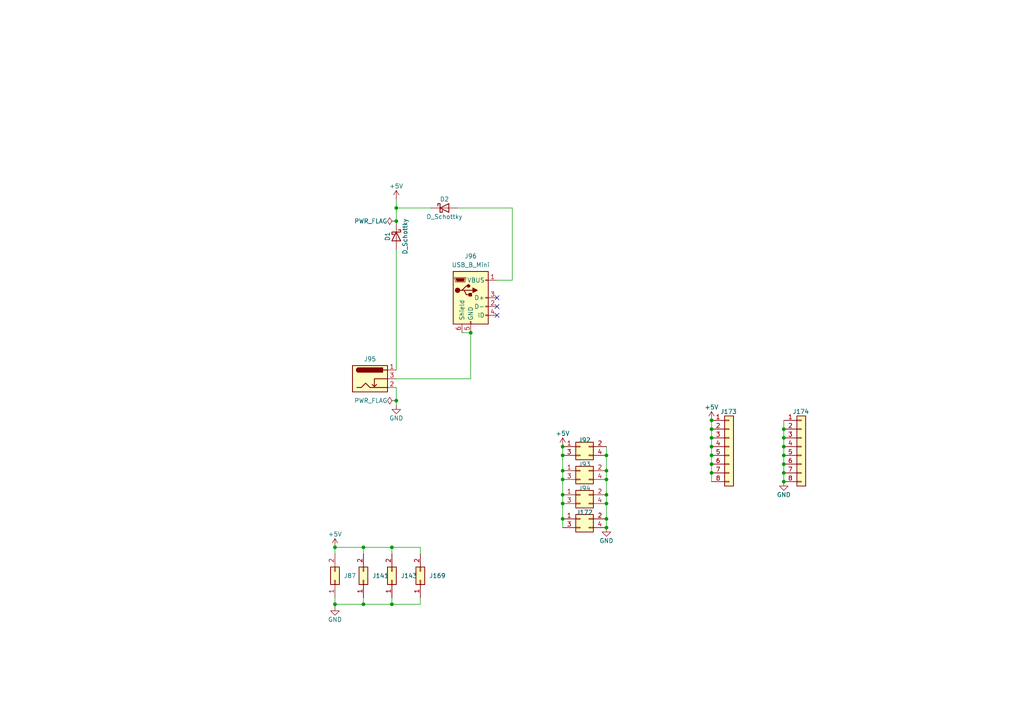
<source format=kicad_sch>
(kicad_sch (version 20231120) (generator "eeschema") (generator_version "8.0")
  (paper "A4")
  (lib_symbols
    (symbol "Connector:Barrel_Jack_Switch" (pin_names hide)
      (property "Reference" "J" (at 0 5.334 0))
      (property "Value" "Barrel_Jack_Switch" (at 0 -5.08 0))
      (symbol "Barrel_Jack_Switch_0_1"
        (rectangle (start -5.08 3.81) (end 5.08 -3.81) (stroke (width 0.254)) (fill (type background)))
        (arc (start -3.302 3.175) (mid -3.9343 2.54) (end -3.302 1.905) (stroke (width 0.254)))
        (arc (start -3.302 3.175) (mid -3.9343 2.54) (end -3.302 1.905) (stroke (width 0.254)) (fill (type outline)))
        (polyline (pts (xy 1.27 -2.286) (xy 1.905 -1.651)) (stroke (width 0.254)))
        (polyline (pts (xy 5.08 2.54) (xy 3.81 2.54)) (stroke (width 0.254)))
        (polyline (pts (xy 5.08 0) (xy 1.27 0) (xy 1.27 -2.286) (xy 0.635 -1.651)) (stroke (width 0.254)))
        (polyline (pts (xy -3.81 -2.54) (xy -2.54 -2.54) (xy -1.27 -1.27) (xy 0 -2.54) (xy 2.54 -2.54) (xy 5.08 -2.54)) (stroke (width 0.254)))
        (rectangle (start 3.683 3.175) (end -3.302 1.905) (stroke (width 0.254)) (fill (type outline)))
      )
      (symbol "Barrel_Jack_Switch_1_1"
        (pin passive line (at 7.62 2.54 180) (length 2.54) (name "~") (number "1"))
        (pin passive line (at 7.62 -2.54 180) (length 2.54) (name "~") (number "2"))
        (pin passive line (at 7.62 0 180) (length 2.54) (name "~") (number "3"))
      )
    )
    (symbol "Connector:USB_B_Mini" (pin_names (offset 1.016))
      (property "Reference" "J" (at -5.08 11.43 0))
      (property "Value" "USB_B_Mini" (at -5.08 8.89 0))
      (symbol "USB_B_Mini_0_1"
        (rectangle (start -5.08 -7.62) (end 5.08 7.62) (stroke (width 0.254)) (fill (type background)))
        (circle (center -3.81 2.159) (radius 0.635) (stroke (width 0.254)) (fill (type outline)))
        (circle (center -0.635 3.429) (radius 0.381) (stroke (width 0.254)) (fill (type outline)))
        (rectangle (start -0.127 -7.62) (end 0.127 -6.858))
        (polyline (pts (xy -1.905 2.159) (xy 0.635 2.159)) (stroke (width 0.254)))
        (polyline (pts (xy -3.175 2.159) (xy -2.54 2.159) (xy -1.27 3.429) (xy -0.635 3.429)) (stroke (width 0.254)))
        (polyline (pts (xy -2.54 2.159) (xy -1.905 2.159) (xy -1.27 0.889) (xy 0 0.889)) (stroke (width 0.254)))
        (polyline (pts (xy 0.635 2.794) (xy 0.635 1.524) (xy 1.905 2.159) (xy 0.635 2.794)) (stroke (width 0.254)) (fill (type outline)))
        (polyline (pts (xy -4.318 5.588) (xy -1.778 5.588) (xy -2.032 4.826) (xy -4.064 4.826) (xy -4.318 5.588)) (fill (type outline)))
        (polyline (pts (xy -4.699 5.842) (xy -4.699 5.588) (xy -4.445 4.826) (xy -4.445 4.572) (xy -1.651 4.572) (xy -1.651 4.826) (xy -1.397 5.588) (xy -1.397 5.842) (xy -4.699 5.842)))
        (rectangle (start 0.254 1.27) (end -0.508 0.508) (stroke (width 0.254)) (fill (type outline)))
        (rectangle (start 5.08 -5.207) (end 4.318 -4.953))
        (rectangle (start 5.08 -2.667) (end 4.318 -2.413))
        (rectangle (start 5.08 -0.127) (end 4.318 0.127))
        (rectangle (start 5.08 4.953) (end 4.318 5.207))
      )
      (symbol "USB_B_Mini_1_1"
        (pin power_out line (at 7.62 5.08 180) (length 2.54) (name "VBUS") (number "1"))
        (pin bidirectional line (at 7.62 -2.54 180) (length 2.54) (name "D-") (number "2"))
        (pin bidirectional line (at 7.62 0 180) (length 2.54) (name "D+") (number "3"))
        (pin passive line (at 7.62 -5.08 180) (length 2.54) (name "ID") (number "4"))
        (pin power_out line (at 0 -10.16 90) (length 2.54) (name "GND") (number "5"))
        (pin passive line (at -2.54 -10.16 90) (length 2.54) (name "Shield") (number "6"))
      )
    )
    (symbol "Connector_Generic:Conn_01x08" (pin_names (offset 1.016) hide)
      (property "Reference" "J" (at 0 10.16 0))
      (property "Value" "Conn_01x08" (at 0 -12.7 0))
      (symbol "Conn_01x08_1_1"
        (rectangle (start -1.27 -10.033) (end 0 -10.287) (stroke (width 0.1524)))
        (rectangle (start -1.27 -7.493) (end 0 -7.747) (stroke (width 0.1524)))
        (rectangle (start -1.27 -4.953) (end 0 -5.207) (stroke (width 0.1524)))
        (rectangle (start -1.27 -2.413) (end 0 -2.667) (stroke (width 0.1524)))
        (rectangle (start -1.27 0.127) (end 0 -0.127) (stroke (width 0.1524)))
        (rectangle (start -1.27 2.667) (end 0 2.413) (stroke (width 0.1524)))
        (rectangle (start -1.27 5.207) (end 0 4.953) (stroke (width 0.1524)))
        (rectangle (start -1.27 7.747) (end 0 7.493) (stroke (width 0.1524)))
        (rectangle (start -1.27 8.89) (end 1.27 -11.43) (stroke (width 0.254)) (fill (type background)))
        (pin passive line (at -5.08 7.62 0) (length 3.81) (name "Pin_1") (number "1"))
        (pin passive line (at -5.08 5.08 0) (length 3.81) (name "Pin_2") (number "2"))
        (pin passive line (at -5.08 2.54 0) (length 3.81) (name "Pin_3") (number "3"))
        (pin passive line (at -5.08 0 0) (length 3.81) (name "Pin_4") (number "4"))
        (pin passive line (at -5.08 -2.54 0) (length 3.81) (name "Pin_5") (number "5"))
        (pin passive line (at -5.08 -5.08 0) (length 3.81) (name "Pin_6") (number "6"))
        (pin passive line (at -5.08 -7.62 0) (length 3.81) (name "Pin_7") (number "7"))
        (pin passive line (at -5.08 -10.16 0) (length 3.81) (name "Pin_8") (number "8"))
      )
    )
    (symbol "Connector_Generic:Conn_02x01" (pin_names (offset 1.016) hide)
      (property "Reference" "J" (at 1.27 2.54 0))
      (property "Value" "Conn_02x01" (at 1.27 -2.54 0))
      (symbol "Conn_02x01_1_1"
        (rectangle (start -1.27 0.127) (end 0 -0.127) (stroke (width 0.1524)))
        (rectangle (start -1.27 1.27) (end 3.81 -1.27) (stroke (width 0.254)) (fill (type background)))
        (rectangle (start 3.81 0.127) (end 2.54 -0.127) (stroke (width 0.1524)))
        (pin passive line (at -5.08 0 0) (length 3.81) (name "Pin_1") (number "1"))
        (pin passive line (at 7.62 0 180) (length 3.81) (name "Pin_2") (number "2"))
      )
    )
    (symbol "Connector_Generic:Conn_02x02_Odd_Even" (pin_names (offset 1.016) hide)
      (property "Reference" "J" (at 1.27 2.54 0))
      (property "Value" "Conn_02x02_Odd_Even" (at 1.27 -5.08 0))
      (symbol "Conn_02x02_Odd_Even_1_1"
        (rectangle (start -1.27 -2.413) (end 0 -2.667) (stroke (width 0.1524)))
        (rectangle (start -1.27 0.127) (end 0 -0.127) (stroke (width 0.1524)))
        (rectangle (start -1.27 1.27) (end 3.81 -3.81) (stroke (width 0.254)) (fill (type background)))
        (rectangle (start 3.81 -2.413) (end 2.54 -2.667) (stroke (width 0.1524)))
        (rectangle (start 3.81 0.127) (end 2.54 -0.127) (stroke (width 0.1524)))
        (pin passive line (at -5.08 0 0) (length 3.81) (name "Pin_1") (number "1"))
        (pin passive line (at 7.62 0 180) (length 3.81) (name "Pin_2") (number "2"))
        (pin passive line (at -5.08 -2.54 0) (length 3.81) (name "Pin_3") (number "3"))
        (pin passive line (at 7.62 -2.54 180) (length 3.81) (name "Pin_4") (number "4"))
      )
    )
    (symbol "Device:D_Schottky" (pin_numbers hide) (pin_names (offset 1.016) hide)
      (property "Reference" "D" (at 0 2.54 0))
      (property "Value" "D_Schottky" (at 0 -2.54 0))
      (symbol "D_Schottky_0_1"
        (polyline (pts (xy 1.27 0) (xy -1.27 0)))
        (polyline (pts (xy 1.27 1.27) (xy 1.27 -1.27) (xy -1.27 0) (xy 1.27 1.27)) (stroke (width 0.254)))
        (polyline (pts (xy -1.905 0.635) (xy -1.905 1.27) (xy -1.27 1.27) (xy -1.27 -1.27) (xy -0.635 -1.27) (xy -0.635 -0.635)) (stroke (width 0.254)))
      )
      (symbol "D_Schottky_1_1"
        (pin passive line (at -3.81 0 0) (length 2.54) (name "K") (number "1"))
        (pin passive line (at 3.81 0 180) (length 2.54) (name "A") (number "2"))
      )
    )
    (symbol "power:+5V" (power) (pin_names (offset 0))
      (property "Value" "+5V" (at 0 3.556 0))
      (symbol "+5V_0_1"
        (polyline (pts (xy -0.762 1.27) (xy 0 2.54)))
        (polyline (pts (xy 0 0) (xy 0 2.54)))
        (polyline (pts (xy 0 2.54) (xy 0.762 1.27)))
      )
      (symbol "+5V_1_1"
        (pin power_in line (at 0 0 90) (length 0) hide (name "+5V") (number "1"))
      )
    )
    (symbol "power:GND" (power) (pin_names (offset 0))
      (property "Value" "GND" (at 0 -3.81 0))
      (symbol "GND_0_1"
        (polyline (pts (xy 0 0) (xy 0 -1.27) (xy 1.27 -1.27) (xy 0 -2.54) (xy -1.27 -1.27) (xy 0 -1.27)))
      )
      (symbol "GND_1_1"
        (pin power_in line (at 0 0 270) (length 0) hide (name "GND") (number "1"))
      )
    )
    (symbol "power:PWR_FLAG" (power) (pin_numbers hide) (pin_names (offset 0) hide)
      (property "Value" "PWR_FLAG" (at 0 3.81 0))
      (symbol "PWR_FLAG_0_0"
        (pin power_out line (at 0 0 90) (length 0) (name "pwr") (number "1"))
      )
      (symbol "PWR_FLAG_0_1"
        (polyline (pts (xy 0 0) (xy 0 1.27) (xy -1.016 1.905) (xy 0 2.54) (xy 1.016 1.905) (xy 0 1.27)))
      )
    )
  )
  (junction (at 175.895 143.51))
  (junction (at 163.195 139.065))
  (junction (at 97.155 175.26))
  (junction (at 206.375 127))
  (junction (at 206.375 137.16))
  (junction (at 105.41 158.75))
  (junction (at 206.375 124.46))
  (junction (at 163.195 146.05))
  (junction (at 227.33 139.7))
  (junction (at 175.895 136.525))
  (junction (at 163.195 136.525))
  (junction (at 206.375 121.92))
  (junction (at 163.195 132.08))
  (junction (at 175.895 132.08))
  (junction (at 105.41 175.26))
  (junction (at 113.665 158.75))
  (junction (at 227.33 134.62))
  (junction (at 227.33 137.16))
  (junction (at 206.375 129.54))
  (junction (at 175.895 153.035))
  (junction (at 163.195 129.54))
  (junction (at 114.935 116.205))
  (junction (at 227.33 127))
  (junction (at 136.525 96.52))
  (junction (at 97.155 158.75))
  (junction (at 206.375 132.08))
  (junction (at 113.665 175.26))
  (junction (at 227.33 129.54))
  (junction (at 114.935 64.135))
  (junction (at 163.195 150.495))
  (junction (at 175.895 139.065))
  (junction (at 175.895 146.05))
  (junction (at 163.195 143.51))
  (junction (at 175.895 150.495))
  (junction (at 227.33 124.46))
  (junction (at 206.375 134.62))
  (junction (at 227.33 132.08))
  (junction (at 114.935 60.325))
  (no_connect (at 144.145 86.36))
  (no_connect (at 144.145 91.44))
  (no_connect (at 144.145 88.9))
  (wire (pts (xy 148.59 60.325) (xy 132.715 60.325)))
  (wire (pts (xy 227.33 124.46) (xy 227.33 127)))
  (wire (pts (xy 121.92 175.26) (xy 113.665 175.26)))
  (wire (pts (xy 227.33 129.54) (xy 227.33 132.08)))
  (wire (pts (xy 113.665 158.75) (xy 113.665 160.655)))
  (wire (pts (xy 163.195 129.54) (xy 163.195 132.08)))
  (wire (pts (xy 136.525 96.52) (xy 133.985 96.52)))
  (wire (pts (xy 114.935 60.325) (xy 114.935 64.135)))
  (wire (pts (xy 121.92 173.355) (xy 121.92 175.26)))
  (wire (pts (xy 114.935 57.785) (xy 114.935 60.325)))
  (wire (pts (xy 163.195 132.08) (xy 163.195 136.525)))
  (wire (pts (xy 163.195 146.05) (xy 163.195 150.495)))
  (wire (pts (xy 175.895 132.08) (xy 175.895 136.525)))
  (wire (pts (xy 206.375 129.54) (xy 206.375 132.08)))
  (wire (pts (xy 114.935 109.855) (xy 136.525 109.855)))
  (wire (pts (xy 148.59 81.28) (xy 144.145 81.28)))
  (wire (pts (xy 97.155 158.75) (xy 97.155 160.655)))
  (wire (pts (xy 206.375 132.08) (xy 206.375 134.62)))
  (wire (pts (xy 97.155 173.355) (xy 97.155 175.26)))
  (wire (pts (xy 105.41 175.26) (xy 97.155 175.26)))
  (wire (pts (xy 175.895 136.525) (xy 175.895 139.065)))
  (wire (pts (xy 148.59 60.325) (xy 148.59 81.28)))
  (wire (pts (xy 206.375 121.92) (xy 206.375 124.46)))
  (wire (pts (xy 105.41 158.75) (xy 105.41 160.655)))
  (wire (pts (xy 227.33 132.08) (xy 227.33 134.62)))
  (wire (pts (xy 125.095 60.325) (xy 114.935 60.325)))
  (wire (pts (xy 175.895 143.51) (xy 175.895 146.05)))
  (wire (pts (xy 206.375 124.46) (xy 206.375 127)))
  (wire (pts (xy 175.895 150.495) (xy 175.895 153.035)))
  (wire (pts (xy 175.895 129.54) (xy 175.895 132.08)))
  (wire (pts (xy 163.195 150.495) (xy 163.195 153.035)))
  (wire (pts (xy 136.525 96.52) (xy 136.525 109.855)))
  (wire (pts (xy 113.665 173.355) (xy 113.665 175.26)))
  (wire (pts (xy 97.155 175.26) (xy 97.155 175.895)))
  (wire (pts (xy 227.33 137.16) (xy 227.33 139.7)))
  (wire (pts (xy 114.935 64.135) (xy 114.935 64.77)))
  (wire (pts (xy 105.41 173.355) (xy 105.41 175.26)))
  (wire (pts (xy 227.33 134.62) (xy 227.33 137.16)))
  (wire (pts (xy 175.895 146.05) (xy 175.895 150.495)))
  (wire (pts (xy 113.665 175.26) (xy 105.41 175.26)))
  (wire (pts (xy 114.935 116.205) (xy 114.935 112.395)))
  (wire (pts (xy 105.41 158.75) (xy 113.665 158.75)))
  (wire (pts (xy 121.92 158.75) (xy 121.92 160.655)))
  (wire (pts (xy 227.33 121.92) (xy 227.33 124.46)))
  (wire (pts (xy 206.375 134.62) (xy 206.375 137.16)))
  (wire (pts (xy 114.935 117.475) (xy 114.935 116.205)))
  (wire (pts (xy 114.935 72.39) (xy 114.935 107.315)))
  (wire (pts (xy 163.195 136.525) (xy 163.195 139.065)))
  (wire (pts (xy 97.155 158.75) (xy 105.41 158.75)))
  (wire (pts (xy 163.195 139.065) (xy 163.195 143.51)))
  (wire (pts (xy 206.375 137.16) (xy 206.375 139.7)))
  (wire (pts (xy 113.665 158.75) (xy 121.92 158.75)))
  (wire (pts (xy 163.195 143.51) (xy 163.195 146.05)))
  (wire (pts (xy 227.33 127) (xy 227.33 129.54)))
  (wire (pts (xy 206.375 127) (xy 206.375 129.54)))
  (wire (pts (xy 175.895 139.065) (xy 175.895 143.51)))
  (symbol (lib_id "Connector_Generic:Conn_01x08") (at 211.455 129.54 0) (unit 1)
    (property "Reference" "J173" (at 208.915 119.38 0) (effects (justify left)))
    (property "Value" "Conn_01x08" (effects (hide yes)))
    (property "Footprint" "Connector_PinSocket_2.54mm:PinSocket_1x08_P2.54mm_Vertical" (effects (hide yes)))
  )
  (symbol (lib_id "Connector_Generic:Conn_02x02_Odd_Even") (at 168.275 150.495 0) (unit 1)
    (property "Reference" "J172" (at 169.545 148.59 0))
    (property "Value" "Conn_02x02_Odd_Even" (effects (hide yes)))
    (property "Footprint" "Connector_PinHeader_2.54mm:PinHeader_2x02_P2.54mm_Vertical" (effects (hide yes)))
  )
  (symbol (lib_id "power:GND") (at 114.935 117.475 0) (unit 1)
    (property "Reference" "#PWR012" (effects (hide yes)))
    (property "Value" "GND" (at 114.935 121.285 0))
  )
  (symbol (lib_id "power:GND") (at 97.155 175.895 0) (unit 1)
    (property "Reference" "#PWR066" (effects (hide yes)))
    (property "Value" "GND" (at 97.155 179.705 0))
  )
  (symbol (lib_id "Connector_Generic:Conn_02x01") (at 97.155 168.275 90) (unit 1)
    (property "Reference" "J87" (at 99.695 167.005 90) (effects (justify right)))
    (property "Value" "Conn_01x03" (effects (hide yes)))
    (property "Footprint" "Connector_PinSocket_2.54mm:PinSocket_1x03_P2.54mm_Vertical" (effects (hide yes)))
  )
  (symbol (lib_id "power:GND") (at 227.33 139.7 0) (unit 1)
    (property "Reference" "#PWR070" (effects (hide yes)))
    (property "Value" "GND" (at 227.33 143.51 0))
  )
  (symbol (lib_id "power:+5V") (at 97.155 158.75 0) (unit 1)
    (property "Reference" "#PWR065" (effects (hide yes)))
    (property "Value" "+5V" (at 97.155 154.94 0))
  )
  (symbol (lib_id "Connector_Generic:Conn_02x02_Odd_Even") (at 168.275 143.51 0) (unit 1)
    (property "Reference" "J94" (at 169.545 141.605 0))
    (property "Value" "Conn_02x02_Odd_Even" (effects (hide yes)))
    (property "Footprint" "Connector_PinHeader_2.54mm:PinHeader_2x02_P2.54mm_Vertical" (effects (hide yes)))
  )
  (symbol (lib_id "Connector:USB_B_Mini") (at 136.525 86.36 0) (unit 1)
    (property "Reference" "J96" (at 136.525 74.295 0))
    (property "Value" "USB_B_Mini" (at 136.525 76.835 0))
    (property "Footprint" "Connector_USB:USB_Mini-B_Tensility_54-00023_Vertical" (effects (hide yes)))
  )
  (symbol (lib_id "Connector_Generic:Conn_01x08") (at 232.41 129.54 0) (unit 1)
    (property "Reference" "J174" (at 229.87 119.38 0) (effects (justify left)))
    (property "Value" "Conn_01x08" (effects (hide yes)))
    (property "Footprint" "Connector_PinSocket_2.54mm:PinSocket_1x08_P2.54mm_Vertical" (effects (hide yes)))
  )
  (symbol (lib_id "power:+5V") (at 206.375 121.92 0) (unit 1)
    (property "Reference" "#PWR071" (effects (hide yes)))
    (property "Value" "+5V" (at 206.375 118.11 0))
  )
  (symbol (lib_id "Connector_Generic:Conn_02x01") (at 113.665 168.275 90) (unit 1)
    (property "Reference" "J143" (at 116.205 167.005 90) (effects (justify right)))
    (property "Value" "Conn_01x03" (effects (hide yes)))
    (property "Footprint" "Connector_PinSocket_2.54mm:PinSocket_1x03_P2.54mm_Vertical" (effects (hide yes)))
  )
  (symbol (lib_id "Device:D_Schottky") (at 128.905 60.325 0) (unit 1)
    (property "Reference" "D2" (at 128.905 57.785 0))
    (property "Value" "D_Schottky" (at 128.905 62.865 0))
    (property "Footprint" "Diode_THT:D_DO-41_SOD81_P7.62mm_Horizontal" (effects (hide yes)))
  )
  (symbol (lib_id "Device:D_Schottky") (at 114.935 68.58 270) (unit 1)
    (property "Reference" "D1" (at 112.395 68.58 0))
    (property "Value" "D_Schottky" (at 117.475 68.58 0))
    (property "Footprint" "Diode_THT:D_DO-41_SOD81_P7.62mm_Horizontal" (effects (hide yes)))
  )
  (symbol (lib_id "Connector_Generic:Conn_02x01") (at 121.92 168.275 90) (unit 1)
    (property "Reference" "J169" (at 124.46 167.005 90) (effects (justify right)))
    (property "Value" "Conn_01x03" (effects (hide yes)))
    (property "Footprint" "Connector_PinSocket_2.54mm:PinSocket_1x03_P2.54mm_Vertical" (effects (hide yes)))
  )
  (symbol (lib_id "power:+5V") (at 163.195 129.54 0) (unit 1)
    (property "Reference" "#PWR068" (effects (hide yes)))
    (property "Value" "+5V" (at 163.195 125.73 0))
  )
  (symbol (lib_id "power:PWR_FLAG") (at 114.935 116.205 90) (unit 1)
    (property "Reference" "#FLG02" (effects (hide yes)))
    (property "Value" "PWR_FLAG" (at 112.395 116.205 90) (effects (justify left)))
  )
  (symbol (lib_id "Connector_Generic:Conn_02x01") (at 105.41 168.275 90) (unit 1)
    (property "Reference" "J141" (at 107.95 167.005 90) (effects (justify right)))
    (property "Value" "Conn_01x03" (effects (hide yes)))
    (property "Footprint" "Connector_PinSocket_2.54mm:PinSocket_1x03_P2.54mm_Vertical" (effects (hide yes)))
  )
  (symbol (lib_id "power:GND") (at 175.895 153.035 0) (unit 1)
    (property "Reference" "#PWR069" (effects (hide yes)))
    (property "Value" "GND" (at 175.895 156.845 0))
  )
  (symbol (lib_id "Connector_Generic:Conn_02x02_Odd_Even") (at 168.275 136.525 0) (unit 1)
    (property "Reference" "J93" (at 169.545 134.62 0))
    (property "Value" "Conn_02x02_Odd_Even" (effects (hide yes)))
    (property "Footprint" "Connector_PinHeader_2.54mm:PinHeader_2x02_P2.54mm_Vertical" (effects (hide yes)))
  )
  (symbol (lib_id "power:+5V") (at 114.935 57.785 0) (unit 1)
    (property "Reference" "#PWR011" (effects (hide yes)))
    (property "Value" "+5V" (at 114.935 53.975 0))
  )
  (symbol (lib_id "power:PWR_FLAG") (at 114.935 64.135 90) (unit 1)
    (property "Reference" "#FLG01" (effects (hide yes)))
    (property "Value" "PWR_FLAG" (at 112.395 64.135 90) (effects (justify left)))
  )
  (symbol (lib_id "Connector:Barrel_Jack_Switch") (at 107.315 109.855 0) (unit 1)
    (property "Reference" "J95" (at 107.315 104.14 0))
    (property "Value" "Barrel_Jack_Switch" (effects (hide yes)))
    (property "Footprint" "Connector_BarrelJack:BarrelJack_Horizontal" (effects (hide yes)))
  )
  (symbol (lib_id "Connector_Generic:Conn_02x02_Odd_Even") (at 168.275 129.54 0) (unit 1)
    (property "Reference" "J92" (at 169.545 127.635 0))
    (property "Value" "Conn_02x02_Odd_Even" (effects (hide yes)))
    (property "Footprint" "Connector_PinHeader_2.54mm:PinHeader_2x02_P2.54mm_Vertical" (effects (hide yes)))
  )
)
</source>
